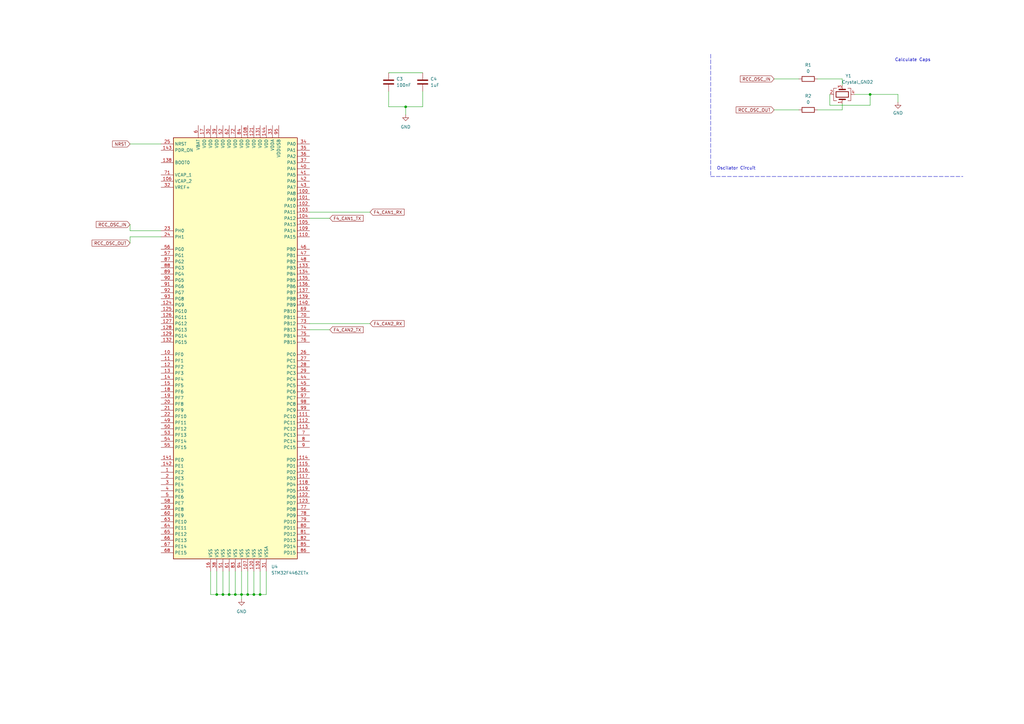
<source format=kicad_sch>
(kicad_sch (version 20211123) (generator eeschema)
  (paper "A3")
  (lib_symbols
    (symbol "Device:C" (pin_numbers hide) (pin_names (offset 0.254))
      (property "Reference" "C" (at 0.635 2.54 0))
      (property "Value" "C" (at 0.635 -2.54 0))
      (symbol "C_0_1"
        (polyline (pts (xy -2.032 -0.762) (xy 2.032 -0.762)) (stroke (width 0.508)))
        (polyline (pts (xy -2.032 0.762) (xy 2.032 0.762)) (stroke (width 0.508)))
      )
      (symbol "C_1_1"
        (pin passive line (at 0 3.81 270) (length 2.794) (name "~") (number "1"))
        (pin passive line (at 0 -3.81 90) (length 2.794) (name "~") (number "2"))
      )
    )
    (symbol "Device:Crystal_GND24" (pin_names (offset 1.016) hide)
      (property "Reference" "Y" (at 3.175 5.08 0))
      (property "Value" "Crystal_GND24" (at 3.175 3.175 0))
      (symbol "Crystal_GND24_0_1"
        (rectangle (start -1.143 2.54) (end 1.143 -2.54) (stroke (width 0.3048)))
        (polyline (pts (xy -2.54 0) (xy -2.032 0)))
        (polyline (pts (xy -2.032 -1.27) (xy -2.032 1.27)) (stroke (width 0.508)))
        (polyline (pts (xy 0 -3.81) (xy 0 -3.556)))
        (polyline (pts (xy 0 3.556) (xy 0 3.81)))
        (polyline (pts (xy 2.032 -1.27) (xy 2.032 1.27)) (stroke (width 0.508)))
        (polyline (pts (xy 2.032 0) (xy 2.54 0)))
        (polyline (pts (xy -2.54 -2.286) (xy -2.54 -3.556) (xy 2.54 -3.556) (xy 2.54 -2.286)))
        (polyline (pts (xy -2.54 2.286) (xy -2.54 3.556) (xy 2.54 3.556) (xy 2.54 2.286)))
      )
      (symbol "Crystal_GND24_1_1"
        (pin passive line (at -3.81 0 0) (length 1.27) (name "1") (number "1"))
        (pin passive line (at 0 5.08 270) (length 1.27) (name "2") (number "2"))
        (pin passive line (at 3.81 0 180) (length 1.27) (name "3") (number "3"))
        (pin passive line (at 0 -5.08 90) (length 1.27) (name "4") (number "4"))
      )
    )
    (symbol "Device:R" (pin_numbers hide) (pin_names (offset 0))
      (property "Reference" "R" (at 2.032 0 90))
      (property "Value" "R" (at 0 0 90))
      (symbol "R_0_1"
        (rectangle (start -1.016 -2.54) (end 1.016 2.54) (stroke (width 0.254)))
      )
      (symbol "R_1_1"
        (pin passive line (at 0 3.81 270) (length 1.27) (name "~") (number "1"))
        (pin passive line (at 0 -3.81 90) (length 1.27) (name "~") (number "2"))
      )
    )
    (symbol "MCU_ST_STM32F4:STM32F446ZETx"
      (property "Reference" "U" (at -25.4 87.63 0))
      (property "Value" "STM32F446ZETx" (at 20.32 87.63 0))
      (symbol "STM32F446ZETx_0_1"
        (rectangle (start -25.4 -86.36) (end 25.4 86.36) (stroke (width 0.254)) (fill (type background)))
      )
      (symbol "STM32F446ZETx_1_1"
        (pin bidirectional line (at -30.48 -50.8 0) (length 5.08) (name "PE2") (number "1"))
        (pin bidirectional line (at -30.48 -2.54 0) (length 5.08) (name "PF0") (number "10"))
        (pin bidirectional line (at 30.48 63.5 180) (length 5.08) (name "PA8") (number "100"))
        (pin bidirectional line (at 30.48 60.96 180) (length 5.08) (name "PA9") (number "101"))
        (pin bidirectional line (at 30.48 58.42 180) (length 5.08) (name "PA10") (number "102"))
        (pin bidirectional line (at 30.48 55.88 180) (length 5.08) (name "PA11") (number "103"))
        (pin bidirectional line (at 30.48 53.34 180) (length 5.08) (name "PA12") (number "104"))
        (pin bidirectional line (at 30.48 50.8 180) (length 5.08) (name "PA13") (number "105"))
        (pin power_in line (at -30.48 68.58 0) (length 5.08) (name "VCAP_2") (number "106"))
        (pin power_in line (at 5.08 -91.44 90) (length 5.08) (name "VSS") (number "107"))
        (pin power_in line (at 5.08 91.44 270) (length 5.08) (name "VDD") (number "108"))
        (pin bidirectional line (at 30.48 48.26 180) (length 5.08) (name "PA14") (number "109"))
        (pin bidirectional line (at -30.48 -5.08 0) (length 5.08) (name "PF1") (number "11"))
        (pin bidirectional line (at 30.48 45.72 180) (length 5.08) (name "PA15") (number "110"))
        (pin bidirectional line (at 30.48 -27.94 180) (length 5.08) (name "PC10") (number "111"))
        (pin bidirectional line (at 30.48 -30.48 180) (length 5.08) (name "PC11") (number "112"))
        (pin bidirectional line (at 30.48 -33.02 180) (length 5.08) (name "PC12") (number "113"))
        (pin bidirectional line (at 30.48 -45.72 180) (length 5.08) (name "PD0") (number "114"))
        (pin bidirectional line (at 30.48 -48.26 180) (length 5.08) (name "PD1") (number "115"))
        (pin bidirectional line (at 30.48 -50.8 180) (length 5.08) (name "PD2") (number "116"))
        (pin bidirectional line (at 30.48 -53.34 180) (length 5.08) (name "PD3") (number "117"))
        (pin bidirectional line (at 30.48 -55.88 180) (length 5.08) (name "PD4") (number "118"))
        (pin bidirectional line (at 30.48 -58.42 180) (length 5.08) (name "PD5") (number "119"))
        (pin bidirectional line (at -30.48 -7.62 0) (length 5.08) (name "PF2") (number "12"))
        (pin power_in line (at 7.62 -91.44 90) (length 5.08) (name "VSS") (number "120"))
        (pin power_in line (at 7.62 91.44 270) (length 5.08) (name "VDD") (number "121"))
        (pin bidirectional line (at 30.48 -60.96 180) (length 5.08) (name "PD6") (number "122"))
        (pin bidirectional line (at 30.48 -63.5 180) (length 5.08) (name "PD7") (number "123"))
        (pin bidirectional line (at -30.48 17.78 0) (length 5.08) (name "PG9") (number "124"))
        (pin bidirectional line (at -30.48 15.24 0) (length 5.08) (name "PG10") (number "125"))
        (pin bidirectional line (at -30.48 12.7 0) (length 5.08) (name "PG11") (number "126"))
        (pin bidirectional line (at -30.48 10.16 0) (length 5.08) (name "PG12") (number "127"))
        (pin bidirectional line (at -30.48 7.62 0) (length 5.08) (name "PG13") (number "128"))
        (pin bidirectional line (at -30.48 5.08 0) (length 5.08) (name "PG14") (number "129"))
        (pin bidirectional line (at -30.48 -10.16 0) (length 5.08) (name "PF3") (number "13"))
        (pin power_in line (at 10.16 -91.44 90) (length 5.08) (name "VSS") (number "130"))
        (pin power_in line (at 10.16 91.44 270) (length 5.08) (name "VDD") (number "131"))
        (pin bidirectional line (at -30.48 2.54 0) (length 5.08) (name "PG15") (number "132"))
        (pin bidirectional line (at 30.48 33.02 180) (length 5.08) (name "PB3") (number "133"))
        (pin bidirectional line (at 30.48 30.48 180) (length 5.08) (name "PB4") (number "134"))
        (pin bidirectional line (at 30.48 27.94 180) (length 5.08) (name "PB5") (number "135"))
        (pin bidirectional line (at 30.48 25.4 180) (length 5.08) (name "PB6") (number "136"))
        (pin bidirectional line (at 30.48 22.86 180) (length 5.08) (name "PB7") (number "137"))
        (pin input line (at -30.48 76.2 0) (length 5.08) (name "BOOT0") (number "138"))
        (pin bidirectional line (at 30.48 20.32 180) (length 5.08) (name "PB8") (number "139"))
        (pin bidirectional line (at -30.48 -12.7 0) (length 5.08) (name "PF4") (number "14"))
        (pin bidirectional line (at 30.48 17.78 180) (length 5.08) (name "PB9") (number "140"))
        (pin bidirectional line (at -30.48 -45.72 0) (length 5.08) (name "PE0") (number "141"))
        (pin bidirectional line (at -30.48 -48.26 0) (length 5.08) (name "PE1") (number "142"))
        (pin input line (at -30.48 81.28 0) (length 5.08) (name "PDR_ON") (number "143"))
        (pin power_in line (at 12.7 91.44 270) (length 5.08) (name "VDD") (number "144"))
        (pin bidirectional line (at -30.48 -15.24 0) (length 5.08) (name "PF5") (number "15"))
        (pin power_in line (at -10.16 -91.44 90) (length 5.08) (name "VSS") (number "16"))
        (pin power_in line (at -12.7 91.44 270) (length 5.08) (name "VDD") (number "17"))
        (pin bidirectional line (at -30.48 -17.78 0) (length 5.08) (name "PF6") (number "18"))
        (pin bidirectional line (at -30.48 -20.32 0) (length 5.08) (name "PF7") (number "19"))
        (pin bidirectional line (at -30.48 -53.34 0) (length 5.08) (name "PE3") (number "2"))
        (pin bidirectional line (at -30.48 -22.86 0) (length 5.08) (name "PF8") (number "20"))
        (pin bidirectional line (at -30.48 -25.4 0) (length 5.08) (name "PF9") (number "21"))
        (pin bidirectional line (at -30.48 -27.94 0) (length 5.08) (name "PF10") (number "22"))
        (pin input line (at -30.48 48.26 0) (length 5.08) (name "PH0") (number "23"))
        (pin input line (at -30.48 45.72 0) (length 5.08) (name "PH1") (number "24"))
        (pin input line (at -30.48 83.82 0) (length 5.08) (name "NRST") (number "25"))
        (pin bidirectional line (at 30.48 -2.54 180) (length 5.08) (name "PC0") (number "26"))
        (pin bidirectional line (at 30.48 -5.08 180) (length 5.08) (name "PC1") (number "27"))
        (pin bidirectional line (at 30.48 -7.62 180) (length 5.08) (name "PC2") (number "28"))
        (pin bidirectional line (at 30.48 -10.16 180) (length 5.08) (name "PC3") (number "29"))
        (pin bidirectional line (at -30.48 -55.88 0) (length 5.08) (name "PE4") (number "3"))
        (pin power_in line (at -10.16 91.44 270) (length 5.08) (name "VDD") (number "30"))
        (pin power_in line (at 12.7 -91.44 90) (length 5.08) (name "VSSA") (number "31"))
        (pin power_in line (at -30.48 66.04 0) (length 5.08) (name "VREF+") (number "32"))
        (pin power_in line (at 15.24 91.44 270) (length 5.08) (name "VDDA") (number "33"))
        (pin bidirectional line (at 30.48 83.82 180) (length 5.08) (name "PA0") (number "34"))
        (pin bidirectional line (at 30.48 81.28 180) (length 5.08) (name "PA1") (number "35"))
        (pin bidirectional line (at 30.48 78.74 180) (length 5.08) (name "PA2") (number "36"))
        (pin bidirectional line (at 30.48 76.2 180) (length 5.08) (name "PA3") (number "37"))
        (pin power_in line (at -7.62 -91.44 90) (length 5.08) (name "VSS") (number "38"))
        (pin power_in line (at -7.62 91.44 270) (length 5.08) (name "VDD") (number "39"))
        (pin bidirectional line (at -30.48 -58.42 0) (length 5.08) (name "PE5") (number "4"))
        (pin bidirectional line (at 30.48 73.66 180) (length 5.08) (name "PA4") (number "40"))
        (pin bidirectional line (at 30.48 71.12 180) (length 5.08) (name "PA5") (number "41"))
        (pin bidirectional line (at 30.48 68.58 180) (length 5.08) (name "PA6") (number "42"))
        (pin bidirectional line (at 30.48 66.04 180) (length 5.08) (name "PA7") (number "43"))
        (pin bidirectional line (at 30.48 -12.7 180) (length 5.08) (name "PC4") (number "44"))
        (pin bidirectional line (at 30.48 -15.24 180) (length 5.08) (name "PC5") (number "45"))
        (pin bidirectional line (at 30.48 40.64 180) (length 5.08) (name "PB0") (number "46"))
        (pin bidirectional line (at 30.48 38.1 180) (length 5.08) (name "PB1") (number "47"))
        (pin bidirectional line (at 30.48 35.56 180) (length 5.08) (name "PB2") (number "48"))
        (pin bidirectional line (at -30.48 -30.48 0) (length 5.08) (name "PF11") (number "49"))
        (pin bidirectional line (at -30.48 -60.96 0) (length 5.08) (name "PE6") (number "5"))
        (pin bidirectional line (at -30.48 -33.02 0) (length 5.08) (name "PF12") (number "50"))
        (pin power_in line (at -5.08 -91.44 90) (length 5.08) (name "VSS") (number "51"))
        (pin power_in line (at -5.08 91.44 270) (length 5.08) (name "VDD") (number "52"))
        (pin bidirectional line (at -30.48 -35.56 0) (length 5.08) (name "PF13") (number "53"))
        (pin bidirectional line (at -30.48 -38.1 0) (length 5.08) (name "PF14") (number "54"))
        (pin bidirectional line (at -30.48 -40.64 0) (length 5.08) (name "PF15") (number "55"))
        (pin bidirectional line (at -30.48 40.64 0) (length 5.08) (name "PG0") (number "56"))
        (pin bidirectional line (at -30.48 38.1 0) (length 5.08) (name "PG1") (number "57"))
        (pin bidirectional line (at -30.48 -63.5 0) (length 5.08) (name "PE7") (number "58"))
        (pin bidirectional line (at -30.48 -66.04 0) (length 5.08) (name "PE8") (number "59"))
        (pin power_in line (at -15.24 91.44 270) (length 5.08) (name "VBAT") (number "6"))
        (pin bidirectional line (at -30.48 -68.58 0) (length 5.08) (name "PE9") (number "60"))
        (pin power_in line (at -2.54 -91.44 90) (length 5.08) (name "VSS") (number "61"))
        (pin power_in line (at -2.54 91.44 270) (length 5.08) (name "VDD") (number "62"))
        (pin bidirectional line (at -30.48 -71.12 0) (length 5.08) (name "PE10") (number "63"))
        (pin bidirectional line (at -30.48 -73.66 0) (length 5.08) (name "PE11") (number "64"))
        (pin bidirectional line (at -30.48 -76.2 0) (length 5.08) (name "PE12") (number "65"))
        (pin bidirectional line (at -30.48 -78.74 0) (length 5.08) (name "PE13") (number "66"))
        (pin bidirectional line (at -30.48 -81.28 0) (length 5.08) (name "PE14") (number "67"))
        (pin bidirectional line (at -30.48 -83.82 0) (length 5.08) (name "PE15") (number "68"))
        (pin bidirectional line (at 30.48 15.24 180) (length 5.08) (name "PB10") (number "69"))
        (pin bidirectional line (at 30.48 -35.56 180) (length 5.08) (name "PC13") (number "7"))
        (pin bidirectional line (at 30.48 12.7 180) (length 5.08) (name "PB11") (number "70"))
        (pin power_in line (at -30.48 71.12 0) (length 5.08) (name "VCAP_1") (number "71"))
        (pin power_in line (at 0 91.44 270) (length 5.08) (name "VDD") (number "72"))
        (pin bidirectional line (at 30.48 10.16 180) (length 5.08) (name "PB12") (number "73"))
        (pin bidirectional line (at 30.48 7.62 180) (length 5.08) (name "PB13") (number "74"))
        (pin bidirectional line (at 30.48 5.08 180) (length 5.08) (name "PB14") (number "75"))
        (pin bidirectional line (at 30.48 2.54 180) (length 5.08) (name "PB15") (number "76"))
        (pin bidirectional line (at 30.48 -66.04 180) (length 5.08) (name "PD8") (number "77"))
        (pin bidirectional line (at 30.48 -68.58 180) (length 5.08) (name "PD9") (number "78"))
        (pin bidirectional line (at 30.48 -71.12 180) (length 5.08) (name "PD10") (number "79"))
        (pin bidirectional line (at 30.48 -38.1 180) (length 5.08) (name "PC14") (number "8"))
        (pin bidirectional line (at 30.48 -73.66 180) (length 5.08) (name "PD11") (number "80"))
        (pin bidirectional line (at 30.48 -76.2 180) (length 5.08) (name "PD12") (number "81"))
        (pin bidirectional line (at 30.48 -78.74 180) (length 5.08) (name "PD13") (number "82"))
        (pin power_in line (at 0 -91.44 90) (length 5.08) (name "VSS") (number "83"))
        (pin power_in line (at 2.54 91.44 270) (length 5.08) (name "VDD") (number "84"))
        (pin bidirectional line (at 30.48 -81.28 180) (length 5.08) (name "PD14") (number "85"))
        (pin bidirectional line (at 30.48 -83.82 180) (length 5.08) (name "PD15") (number "86"))
        (pin bidirectional line (at -30.48 35.56 0) (length 5.08) (name "PG2") (number "87"))
        (pin bidirectional line (at -30.48 33.02 0) (length 5.08) (name "PG3") (number "88"))
        (pin bidirectional line (at -30.48 30.48 0) (length 5.08) (name "PG4") (number "89"))
        (pin bidirectional line (at 30.48 -40.64 180) (length 5.08) (name "PC15") (number "9"))
        (pin bidirectional line (at -30.48 27.94 0) (length 5.08) (name "PG5") (number "90"))
        (pin bidirectional line (at -30.48 25.4 0) (length 5.08) (name "PG6") (number "91"))
        (pin bidirectional line (at -30.48 22.86 0) (length 5.08) (name "PG7") (number "92"))
        (pin bidirectional line (at -30.48 20.32 0) (length 5.08) (name "PG8") (number "93"))
        (pin power_in line (at 2.54 -91.44 90) (length 5.08) (name "VSS") (number "94"))
        (pin power_in line (at 17.78 91.44 270) (length 5.08) (name "VDDUSB") (number "95"))
        (pin bidirectional line (at 30.48 -17.78 180) (length 5.08) (name "PC6") (number "96"))
        (pin bidirectional line (at 30.48 -20.32 180) (length 5.08) (name "PC7") (number "97"))
        (pin bidirectional line (at 30.48 -22.86 180) (length 5.08) (name "PC8") (number "98"))
        (pin bidirectional line (at 30.48 -25.4 180) (length 5.08) (name "PC9") (number "99"))
      )
    )
    (symbol "power:GND" (power) (pin_names (offset 0))
      (property "Value" "GND" (at 0 -3.81 0))
      (symbol "GND_0_1"
        (polyline (pts (xy 0 0) (xy 0 -1.27) (xy 1.27 -1.27) (xy 0 -2.54) (xy -1.27 -1.27) (xy 0 -1.27)))
      )
      (symbol "GND_1_1"
        (pin power_in line (at 0 0 270) (length 0) hide (name "GND") (number "1"))
      )
    )
  )
  (junction (at 166.37 43.815))
  (junction (at 91.44 243.84))
  (junction (at 99.06 243.84))
  (junction (at 88.9 243.84))
  (junction (at 96.52 243.84))
  (junction (at 101.6 243.84))
  (junction (at 104.14 243.84))
  (junction (at 356.87 38.735))
  (junction (at 106.68 243.84))
  (junction (at 93.98 243.84))
  (wire (pts (xy 127 132.715) (xy 151.765 132.715)))
  (wire (pts (xy 106.68 243.84) (xy 104.14 243.84)))
  (wire (pts (xy 335.28 32.385) (xy 345.44 32.385)))
  (wire (pts (xy 173.355 29.845) (xy 159.385 29.845)))
  (wire (pts (xy 109.22 243.84) (xy 106.68 243.84)))
  (wire (pts (xy 159.385 43.815) (xy 166.37 43.815)))
  (wire (pts (xy 345.44 42.545) (xy 345.44 45.085)))
  (wire (pts (xy 99.06 234.315) (xy 99.06 243.84)))
  (polyline (pts (xy 291.465 72.39) (xy 394.97 72.39)))
  (wire (pts (xy 86.36 243.84) (xy 88.9 243.84)))
  (wire (pts (xy 101.6 234.315) (xy 101.6 243.84)))
  (wire (pts (xy 86.36 234.315) (xy 86.36 243.84)))
  (wire (pts (xy 104.14 234.315) (xy 104.14 243.84)))
  (wire (pts (xy 106.68 234.315) (xy 106.68 243.84)))
  (wire (pts (xy 109.22 234.315) (xy 109.22 243.84)))
  (wire (pts (xy 66.04 97.155) (xy 53.34 97.155)))
  (wire (pts (xy 356.87 43.18) (xy 356.87 38.735)))
  (wire (pts (xy 93.98 234.315) (xy 93.98 243.84)))
  (wire (pts (xy 53.34 94.615) (xy 66.04 94.615)))
  (wire (pts (xy 166.37 43.815) (xy 173.355 43.815)))
  (wire (pts (xy 350.52 38.735) (xy 356.87 38.735)))
  (wire (pts (xy 127 135.255) (xy 135.255 135.255)))
  (polyline (pts (xy 291.465 22.225) (xy 291.465 72.39)))
  (wire (pts (xy 88.9 243.84) (xy 91.44 243.84)))
  (wire (pts (xy 53.34 59.055) (xy 66.04 59.055)))
  (wire (pts (xy 166.37 43.815) (xy 166.37 46.99)))
  (wire (pts (xy 368.3 38.735) (xy 368.3 41.91)))
  (wire (pts (xy 345.44 32.385) (xy 345.44 34.925)))
  (wire (pts (xy 91.44 243.84) (xy 93.98 243.84)))
  (wire (pts (xy 356.87 38.735) (xy 368.3 38.735)))
  (wire (pts (xy 335.28 45.085) (xy 345.44 45.085)))
  (wire (pts (xy 96.52 234.315) (xy 96.52 243.84)))
  (wire (pts (xy 53.34 92.075) (xy 53.34 94.615)))
  (wire (pts (xy 340.36 38.735) (xy 340.36 43.18)))
  (wire (pts (xy 340.36 43.18) (xy 356.87 43.18)))
  (wire (pts (xy 91.44 234.315) (xy 91.44 243.84)))
  (wire (pts (xy 96.52 243.84) (xy 99.06 243.84)))
  (wire (pts (xy 317.5 32.385) (xy 327.66 32.385)))
  (wire (pts (xy 101.6 243.84) (xy 99.06 243.84)))
  (wire (pts (xy 317.5 45.085) (xy 327.66 45.085)))
  (wire (pts (xy 104.14 243.84) (xy 101.6 243.84)))
  (wire (pts (xy 173.355 37.465) (xy 173.355 43.815)))
  (wire (pts (xy 127 89.535) (xy 135.255 89.535)))
  (wire (pts (xy 159.385 37.465) (xy 159.385 43.815)))
  (wire (pts (xy 127 86.995) (xy 151.765 86.995)))
  (wire (pts (xy 99.06 245.745) (xy 99.06 243.84)))
  (wire (pts (xy 93.98 243.84) (xy 96.52 243.84)))
  (wire (pts (xy 88.9 234.315) (xy 88.9 243.84)))
  (wire (pts (xy 53.34 97.155) (xy 53.34 99.695)))
  (text "Calculate Caps" (at 367.03 25.4 0) (effects (font (size 1.27 1.27)) (justify left bottom)))
  (text "Oscilator Circuit" (at 294.005 69.85 0) (effects (font (size 1.27 1.27)) (justify left bottom)))
  (global_label "RCC_OSC_IN" (shape input) (at 53.34 92.075 180) (property "Intersheet References" "${INTERSHEET_REFS}" (effects hide)))
  (global_label "RCC_OSC_OUT" (shape input) (at 53.34 99.695 180) (property "Intersheet References" "${INTERSHEET_REFS}" (effects hide)))
  (global_label "NRST" (shape input) (at 53.34 59.055 180) (property "Intersheet References" "${INTERSHEET_REFS}" (effects hide)))
  (global_label "F4_CAN2_TX" (shape input) (at 135.255 135.255 0) (property "Intersheet References" "${INTERSHEET_REFS}" (effects hide)))
  (global_label "RCC_OSC_IN" (shape input) (at 317.5 32.385 180) (property "Intersheet References" "${INTERSHEET_REFS}" (effects hide)))
  (global_label "F4_CAN1_TX" (shape input) (at 135.255 89.535 0) (property "Intersheet References" "${INTERSHEET_REFS}" (effects hide)))
  (global_label "RCC_OSC_OUT" (shape input) (at 317.5 45.085 180) (property "Intersheet References" "${INTERSHEET_REFS}" (effects hide)))
  (global_label "F4_CAN1_RX" (shape input) (at 151.765 86.995 0) (property "Intersheet References" "${INTERSHEET_REFS}" (effects hide)))
  (global_label "F4_CAN2_RX" (shape input) (at 151.765 132.715 0) (property "Intersheet References" "${INTERSHEET_REFS}" (effects hide)))
  (symbol (lib_id "MCU_ST_STM32F4:STM32F446ZETx") (at 96.52 142.875 0) (unit 1)
    (property "Reference" "U4" (at 111.2394 232.41 0) (effects (justify left)))
    (property "Value" "STM32F446ZETx" (at 111.2394 234.95 0) (effects (justify left)))
    (property "Footprint" "Package_QFP:LQFP-144_20x20mm_P0.5mm" (effects hide))
    (property "Datasheet" "http://www.st.com/st-web-ui/static/active/en/resource/technical/document/datasheet/DM00141306.pdf" (effects hide))
  )
  (symbol (lib_id "power:GND") (at 99.06 245.745 0) (unit 1)
    (property "Reference" "#PWR018" (effects hide))
    (property "Value" "GND" (at 99.06 250.825 0))
  )
  (symbol (lib_id "Device:R") (at 331.47 45.085 90) (unit 1)
    (property "Reference" "R2" (at 331.47 39.37 90))
    (property "Value" "0" (at 331.47 41.91 90))
  )
  (symbol (lib_id "power:GND") (at 368.3 41.91 0) (unit 1)
    (property "Reference" "#PWR020" (effects hide))
    (property "Value" "GND" (at 368.3 46.355 0))
  )
  (symbol (lib_id "power:GND") (at 166.37 46.99 0) (unit 1)
    (property "Reference" "#PWR019" (effects hide))
    (property "Value" "GND" (at 166.37 52.07 0))
  )
  (symbol (lib_id "Device:Crystal_GND24") (at 345.44 38.735 90) (unit 1)
    (property "Reference" "Y1" (at 349.25 31.115 90) (effects (justify left)))
    (property "Value" "Crystal_GND2" (at 358.14 33.655 90) (effects (justify left)))
    (property "Footprint" "Crystal:Crystal_SMD_7050-4Pin_7.0x5.0mm" (effects hide))
  )
  (symbol (lib_id "Device:C") (at 173.355 33.655 0) (unit 1)
    (property "Reference" "C4" (at 176.53 32.3849 0) (effects (justify left)))
    (property "Value" "1uF" (at 176.53 34.9249 0) (effects (justify left)))
  )
  (symbol (lib_id "Device:R") (at 331.47 32.385 90) (unit 1)
    (property "Reference" "R1" (at 331.47 26.67 90))
    (property "Value" "0" (at 331.47 29.21 90))
  )
  (symbol (lib_id "Device:C") (at 159.385 33.655 0) (unit 1)
    (property "Reference" "C3" (at 162.56 32.3849 0) (effects (justify left)))
    (property "Value" "100nF" (at 162.56 34.9249 0) (effects (justify left)))
  )
)
</source>
